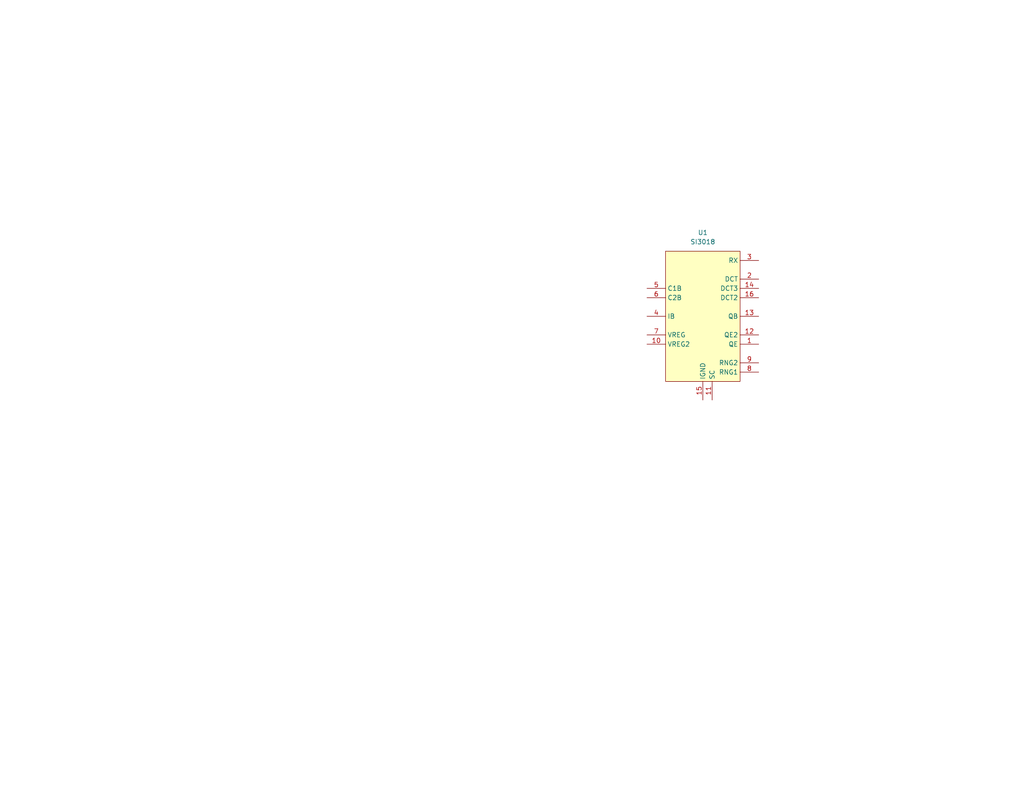
<source format=kicad_sch>
(kicad_sch (version 20231120) (generator "eeschema") (generator_version "8.0")
  (paper "USLetter")
  (lib_symbols
    (symbol "SAOdem:SI3018"
      (property "Reference" "U" (at 0 0 0))
      (property "Value" "SI3018" (at 0 0 0))
      (symbol "SI3018_1_1"
        (rectangle (start -10.16 17.78) (end 10.16 -17.78) (fill (type background)))
        (pin bidirectional line (at 15.24 -7.62 180) (length 5.08) (name "QE") (number "1"))
        (pin power_out line (at -15.24 -7.62 0) (length 5.08) (name "VREG2") (number "10"))
        (pin input line (at 2.54 -22.86 90) (length 5.08) (name "SC") (number "11"))
        (pin bidirectional line (at 15.24 -5.08 180) (length 5.08) (name "QE2") (number "12"))
        (pin output line (at 15.24 0 180) (length 5.08) (name "QB") (number "13"))
        (pin passive line (at 15.24 7.62 180) (length 5.08) (name "DCT3") (number "14"))
        (pin power_in line (at 0 -22.86 90) (length 5.08) (name "IGND") (number "15"))
        (pin passive line (at 15.24 5.08 180) (length 5.08) (name "DCT2") (number "16"))
        (pin passive line (at 15.24 10.16 180) (length 5.08) (name "DCT") (number "2"))
        (pin input line (at 15.24 15.24 180) (length 5.08) (name "RX") (number "3"))
        (pin passive line (at -15.24 0 0) (length 5.08) (name "IB") (number "4"))
        (pin bidirectional line (at -15.24 7.62 0) (length 5.08) (name "C1B") (number "5"))
        (pin bidirectional line (at -15.24 5.08 0) (length 5.08) (name "C2B") (number "6"))
        (pin power_out line (at -15.24 -5.08 0) (length 5.08) (name "VREG") (number "7"))
        (pin bidirectional line (at 15.24 -15.24 180) (length 5.08) (name "RNG1") (number "8"))
        (pin bidirectional line (at 15.24 -12.7 180) (length 5.08) (name "RNG2") (number "9"))
      )
    )
  )
  (symbol (lib_id "SAOdem:SI3018") (at 191.77 86.36 0) (unit 1)
    (property "Reference" "U1" (at 191.77 63.5 0))
    (property "Value" "SI3018" (at 191.77 66.04 0))
    (property "Footprint" "Package_SO:SOIC-16_3.9x9.9mm_P1.27mm" (effects (hide yes)))
  )
)
</source>
